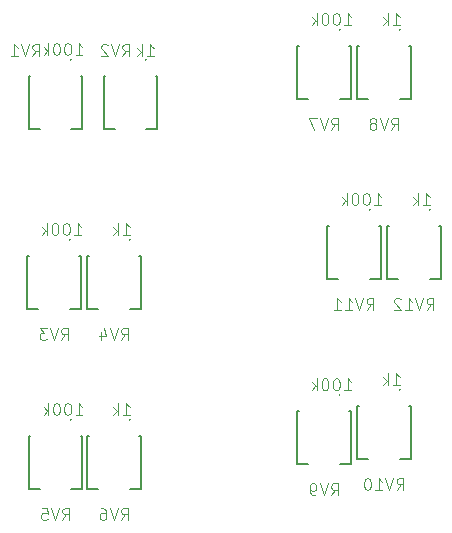
<source format=gbo>
%TF.GenerationSoftware,KiCad,Pcbnew,5.1.10-88a1d61d58~90~ubuntu20.10.1*%
%TF.CreationDate,2021-11-01T20:20:40-04:00*%
%TF.ProjectId,vco,76636f2e-6b69-4636-9164-5f7063625858,rev?*%
%TF.SameCoordinates,Original*%
%TF.FileFunction,Legend,Bot*%
%TF.FilePolarity,Positive*%
%FSLAX46Y46*%
G04 Gerber Fmt 4.6, Leading zero omitted, Abs format (unit mm)*
G04 Created by KiCad (PCBNEW 5.1.10-88a1d61d58~90~ubuntu20.10.1) date 2021-11-01 20:20:40*
%MOMM*%
%LPD*%
G01*
G04 APERTURE LIST*
%ADD10C,0.200000*%
%ADD11C,0.127000*%
%ADD12C,0.050000*%
G04 APERTURE END LIST*
D10*
%TO.C,RV7*%
X161230000Y-93015000D02*
G75*
G03*
X161230000Y-93015000I-50000J0D01*
G01*
D11*
X158585000Y-98865000D02*
X157650000Y-98865000D01*
X157650000Y-98865000D02*
X157650000Y-94365000D01*
X157650000Y-94365000D02*
X157750000Y-94365000D01*
X162050000Y-94365000D02*
X162150000Y-94365000D01*
X162150000Y-94365000D02*
X162150000Y-98865000D01*
X162150000Y-98865000D02*
X161215000Y-98865000D01*
D10*
%TO.C,RV11*%
X163770000Y-108255000D02*
G75*
G03*
X163770000Y-108255000I-50000J0D01*
G01*
D11*
X161125000Y-114105000D02*
X160190000Y-114105000D01*
X160190000Y-114105000D02*
X160190000Y-109605000D01*
X160190000Y-109605000D02*
X160290000Y-109605000D01*
X164590000Y-109605000D02*
X164690000Y-109605000D01*
X164690000Y-109605000D02*
X164690000Y-114105000D01*
X164690000Y-114105000D02*
X163755000Y-114105000D01*
D10*
%TO.C,RV1*%
X138490000Y-95555000D02*
G75*
G03*
X138490000Y-95555000I-50000J0D01*
G01*
D11*
X135845000Y-101405000D02*
X134910000Y-101405000D01*
X134910000Y-101405000D02*
X134910000Y-96905000D01*
X134910000Y-96905000D02*
X135010000Y-96905000D01*
X139310000Y-96905000D02*
X139410000Y-96905000D01*
X139410000Y-96905000D02*
X139410000Y-101405000D01*
X139410000Y-101405000D02*
X138475000Y-101405000D01*
D10*
%TO.C,RV12*%
X168850000Y-108255000D02*
G75*
G03*
X168850000Y-108255000I-50000J0D01*
G01*
D11*
X166205000Y-114105000D02*
X165270000Y-114105000D01*
X165270000Y-114105000D02*
X165270000Y-109605000D01*
X165270000Y-109605000D02*
X165370000Y-109605000D01*
X169670000Y-109605000D02*
X169770000Y-109605000D01*
X169770000Y-109605000D02*
X169770000Y-114105000D01*
X169770000Y-114105000D02*
X168835000Y-114105000D01*
D10*
%TO.C,RV10*%
X166310000Y-123495000D02*
G75*
G03*
X166310000Y-123495000I-50000J0D01*
G01*
D11*
X163665000Y-129345000D02*
X162730000Y-129345000D01*
X162730000Y-129345000D02*
X162730000Y-124845000D01*
X162730000Y-124845000D02*
X162830000Y-124845000D01*
X167130000Y-124845000D02*
X167230000Y-124845000D01*
X167230000Y-124845000D02*
X167230000Y-129345000D01*
X167230000Y-129345000D02*
X166295000Y-129345000D01*
D10*
%TO.C,RV9*%
X161230000Y-123940000D02*
G75*
G03*
X161230000Y-123940000I-50000J0D01*
G01*
D11*
X158585000Y-129790000D02*
X157650000Y-129790000D01*
X157650000Y-129790000D02*
X157650000Y-125290000D01*
X157650000Y-125290000D02*
X157750000Y-125290000D01*
X162050000Y-125290000D02*
X162150000Y-125290000D01*
X162150000Y-125290000D02*
X162150000Y-129790000D01*
X162150000Y-129790000D02*
X161215000Y-129790000D01*
D10*
%TO.C,RV8*%
X166310000Y-93015000D02*
G75*
G03*
X166310000Y-93015000I-50000J0D01*
G01*
D11*
X163665000Y-98865000D02*
X162730000Y-98865000D01*
X162730000Y-98865000D02*
X162730000Y-94365000D01*
X162730000Y-94365000D02*
X162830000Y-94365000D01*
X167130000Y-94365000D02*
X167230000Y-94365000D01*
X167230000Y-94365000D02*
X167230000Y-98865000D01*
X167230000Y-98865000D02*
X166295000Y-98865000D01*
D10*
%TO.C,RV6*%
X143450000Y-126035000D02*
G75*
G03*
X143450000Y-126035000I-50000J0D01*
G01*
D11*
X140805000Y-131885000D02*
X139870000Y-131885000D01*
X139870000Y-131885000D02*
X139870000Y-127385000D01*
X139870000Y-127385000D02*
X139970000Y-127385000D01*
X144270000Y-127385000D02*
X144370000Y-127385000D01*
X144370000Y-127385000D02*
X144370000Y-131885000D01*
X144370000Y-131885000D02*
X143435000Y-131885000D01*
D10*
%TO.C,RV5*%
X138490000Y-126035000D02*
G75*
G03*
X138490000Y-126035000I-50000J0D01*
G01*
D11*
X135845000Y-131885000D02*
X134910000Y-131885000D01*
X134910000Y-131885000D02*
X134910000Y-127385000D01*
X134910000Y-127385000D02*
X135010000Y-127385000D01*
X139310000Y-127385000D02*
X139410000Y-127385000D01*
X139410000Y-127385000D02*
X139410000Y-131885000D01*
X139410000Y-131885000D02*
X138475000Y-131885000D01*
D10*
%TO.C,RV4*%
X143450000Y-110795000D02*
G75*
G03*
X143450000Y-110795000I-50000J0D01*
G01*
D11*
X140805000Y-116645000D02*
X139870000Y-116645000D01*
X139870000Y-116645000D02*
X139870000Y-112145000D01*
X139870000Y-112145000D02*
X139970000Y-112145000D01*
X144270000Y-112145000D02*
X144370000Y-112145000D01*
X144370000Y-112145000D02*
X144370000Y-116645000D01*
X144370000Y-116645000D02*
X143435000Y-116645000D01*
D10*
%TO.C,RV3*%
X138370000Y-110795000D02*
G75*
G03*
X138370000Y-110795000I-50000J0D01*
G01*
D11*
X135725000Y-116645000D02*
X134790000Y-116645000D01*
X134790000Y-116645000D02*
X134790000Y-112145000D01*
X134790000Y-112145000D02*
X134890000Y-112145000D01*
X139190000Y-112145000D02*
X139290000Y-112145000D01*
X139290000Y-112145000D02*
X139290000Y-116645000D01*
X139290000Y-116645000D02*
X138355000Y-116645000D01*
D10*
%TO.C,RV2*%
X144840000Y-95555000D02*
G75*
G03*
X144840000Y-95555000I-50000J0D01*
G01*
D11*
X142195000Y-101405000D02*
X141260000Y-101405000D01*
X141260000Y-101405000D02*
X141260000Y-96905000D01*
X141260000Y-96905000D02*
X141360000Y-96905000D01*
X145660000Y-96905000D02*
X145760000Y-96905000D01*
X145760000Y-96905000D02*
X145760000Y-101405000D01*
X145760000Y-101405000D02*
X144825000Y-101405000D01*
%TO.C,RV7*%
D12*
X160495238Y-101512380D02*
X160828571Y-101036190D01*
X161066666Y-101512380D02*
X161066666Y-100512380D01*
X160685714Y-100512380D01*
X160590476Y-100560000D01*
X160542857Y-100607619D01*
X160495238Y-100702857D01*
X160495238Y-100845714D01*
X160542857Y-100940952D01*
X160590476Y-100988571D01*
X160685714Y-101036190D01*
X161066666Y-101036190D01*
X160209523Y-100512380D02*
X159876190Y-101512380D01*
X159542857Y-100512380D01*
X159304761Y-100512380D02*
X158638095Y-100512380D01*
X159066666Y-101512380D01*
X161606428Y-92622380D02*
X162177857Y-92622380D01*
X161892142Y-92622380D02*
X161892142Y-91622380D01*
X161987380Y-91765238D01*
X162082619Y-91860476D01*
X162177857Y-91908095D01*
X160987380Y-91622380D02*
X160892142Y-91622380D01*
X160796904Y-91670000D01*
X160749285Y-91717619D01*
X160701666Y-91812857D01*
X160654047Y-92003333D01*
X160654047Y-92241428D01*
X160701666Y-92431904D01*
X160749285Y-92527142D01*
X160796904Y-92574761D01*
X160892142Y-92622380D01*
X160987380Y-92622380D01*
X161082619Y-92574761D01*
X161130238Y-92527142D01*
X161177857Y-92431904D01*
X161225476Y-92241428D01*
X161225476Y-92003333D01*
X161177857Y-91812857D01*
X161130238Y-91717619D01*
X161082619Y-91670000D01*
X160987380Y-91622380D01*
X160035000Y-91622380D02*
X159939761Y-91622380D01*
X159844523Y-91670000D01*
X159796904Y-91717619D01*
X159749285Y-91812857D01*
X159701666Y-92003333D01*
X159701666Y-92241428D01*
X159749285Y-92431904D01*
X159796904Y-92527142D01*
X159844523Y-92574761D01*
X159939761Y-92622380D01*
X160035000Y-92622380D01*
X160130238Y-92574761D01*
X160177857Y-92527142D01*
X160225476Y-92431904D01*
X160273095Y-92241428D01*
X160273095Y-92003333D01*
X160225476Y-91812857D01*
X160177857Y-91717619D01*
X160130238Y-91670000D01*
X160035000Y-91622380D01*
X159273095Y-92622380D02*
X159273095Y-91622380D01*
X159177857Y-92241428D02*
X158892142Y-92622380D01*
X158892142Y-91955714D02*
X159273095Y-92336666D01*
%TO.C,RV11*%
X163511428Y-116752380D02*
X163844761Y-116276190D01*
X164082857Y-116752380D02*
X164082857Y-115752380D01*
X163701904Y-115752380D01*
X163606666Y-115800000D01*
X163559047Y-115847619D01*
X163511428Y-115942857D01*
X163511428Y-116085714D01*
X163559047Y-116180952D01*
X163606666Y-116228571D01*
X163701904Y-116276190D01*
X164082857Y-116276190D01*
X163225714Y-115752380D02*
X162892380Y-116752380D01*
X162559047Y-115752380D01*
X161701904Y-116752380D02*
X162273333Y-116752380D01*
X161987619Y-116752380D02*
X161987619Y-115752380D01*
X162082857Y-115895238D01*
X162178095Y-115990476D01*
X162273333Y-116038095D01*
X160749523Y-116752380D02*
X161320952Y-116752380D01*
X161035238Y-116752380D02*
X161035238Y-115752380D01*
X161130476Y-115895238D01*
X161225714Y-115990476D01*
X161320952Y-116038095D01*
X164146428Y-107862380D02*
X164717857Y-107862380D01*
X164432142Y-107862380D02*
X164432142Y-106862380D01*
X164527380Y-107005238D01*
X164622619Y-107100476D01*
X164717857Y-107148095D01*
X163527380Y-106862380D02*
X163432142Y-106862380D01*
X163336904Y-106910000D01*
X163289285Y-106957619D01*
X163241666Y-107052857D01*
X163194047Y-107243333D01*
X163194047Y-107481428D01*
X163241666Y-107671904D01*
X163289285Y-107767142D01*
X163336904Y-107814761D01*
X163432142Y-107862380D01*
X163527380Y-107862380D01*
X163622619Y-107814761D01*
X163670238Y-107767142D01*
X163717857Y-107671904D01*
X163765476Y-107481428D01*
X163765476Y-107243333D01*
X163717857Y-107052857D01*
X163670238Y-106957619D01*
X163622619Y-106910000D01*
X163527380Y-106862380D01*
X162575000Y-106862380D02*
X162479761Y-106862380D01*
X162384523Y-106910000D01*
X162336904Y-106957619D01*
X162289285Y-107052857D01*
X162241666Y-107243333D01*
X162241666Y-107481428D01*
X162289285Y-107671904D01*
X162336904Y-107767142D01*
X162384523Y-107814761D01*
X162479761Y-107862380D01*
X162575000Y-107862380D01*
X162670238Y-107814761D01*
X162717857Y-107767142D01*
X162765476Y-107671904D01*
X162813095Y-107481428D01*
X162813095Y-107243333D01*
X162765476Y-107052857D01*
X162717857Y-106957619D01*
X162670238Y-106910000D01*
X162575000Y-106862380D01*
X161813095Y-107862380D02*
X161813095Y-106862380D01*
X161717857Y-107481428D02*
X161432142Y-107862380D01*
X161432142Y-107195714D02*
X161813095Y-107576666D01*
%TO.C,RV1*%
X135215238Y-95257380D02*
X135548571Y-94781190D01*
X135786666Y-95257380D02*
X135786666Y-94257380D01*
X135405714Y-94257380D01*
X135310476Y-94305000D01*
X135262857Y-94352619D01*
X135215238Y-94447857D01*
X135215238Y-94590714D01*
X135262857Y-94685952D01*
X135310476Y-94733571D01*
X135405714Y-94781190D01*
X135786666Y-94781190D01*
X134929523Y-94257380D02*
X134596190Y-95257380D01*
X134262857Y-94257380D01*
X133405714Y-95257380D02*
X133977142Y-95257380D01*
X133691428Y-95257380D02*
X133691428Y-94257380D01*
X133786666Y-94400238D01*
X133881904Y-94495476D01*
X133977142Y-94543095D01*
X138866428Y-95162380D02*
X139437857Y-95162380D01*
X139152142Y-95162380D02*
X139152142Y-94162380D01*
X139247380Y-94305238D01*
X139342619Y-94400476D01*
X139437857Y-94448095D01*
X138247380Y-94162380D02*
X138152142Y-94162380D01*
X138056904Y-94210000D01*
X138009285Y-94257619D01*
X137961666Y-94352857D01*
X137914047Y-94543333D01*
X137914047Y-94781428D01*
X137961666Y-94971904D01*
X138009285Y-95067142D01*
X138056904Y-95114761D01*
X138152142Y-95162380D01*
X138247380Y-95162380D01*
X138342619Y-95114761D01*
X138390238Y-95067142D01*
X138437857Y-94971904D01*
X138485476Y-94781428D01*
X138485476Y-94543333D01*
X138437857Y-94352857D01*
X138390238Y-94257619D01*
X138342619Y-94210000D01*
X138247380Y-94162380D01*
X137295000Y-94162380D02*
X137199761Y-94162380D01*
X137104523Y-94210000D01*
X137056904Y-94257619D01*
X137009285Y-94352857D01*
X136961666Y-94543333D01*
X136961666Y-94781428D01*
X137009285Y-94971904D01*
X137056904Y-95067142D01*
X137104523Y-95114761D01*
X137199761Y-95162380D01*
X137295000Y-95162380D01*
X137390238Y-95114761D01*
X137437857Y-95067142D01*
X137485476Y-94971904D01*
X137533095Y-94781428D01*
X137533095Y-94543333D01*
X137485476Y-94352857D01*
X137437857Y-94257619D01*
X137390238Y-94210000D01*
X137295000Y-94162380D01*
X136533095Y-95162380D02*
X136533095Y-94162380D01*
X136437857Y-94781428D02*
X136152142Y-95162380D01*
X136152142Y-94495714D02*
X136533095Y-94876666D01*
%TO.C,RV12*%
X168591428Y-116752380D02*
X168924761Y-116276190D01*
X169162857Y-116752380D02*
X169162857Y-115752380D01*
X168781904Y-115752380D01*
X168686666Y-115800000D01*
X168639047Y-115847619D01*
X168591428Y-115942857D01*
X168591428Y-116085714D01*
X168639047Y-116180952D01*
X168686666Y-116228571D01*
X168781904Y-116276190D01*
X169162857Y-116276190D01*
X168305714Y-115752380D02*
X167972380Y-116752380D01*
X167639047Y-115752380D01*
X166781904Y-116752380D02*
X167353333Y-116752380D01*
X167067619Y-116752380D02*
X167067619Y-115752380D01*
X167162857Y-115895238D01*
X167258095Y-115990476D01*
X167353333Y-116038095D01*
X166400952Y-115847619D02*
X166353333Y-115800000D01*
X166258095Y-115752380D01*
X166020000Y-115752380D01*
X165924761Y-115800000D01*
X165877142Y-115847619D01*
X165829523Y-115942857D01*
X165829523Y-116038095D01*
X165877142Y-116180952D01*
X166448571Y-116752380D01*
X165829523Y-116752380D01*
X168274047Y-107862380D02*
X168845476Y-107862380D01*
X168559761Y-107862380D02*
X168559761Y-106862380D01*
X168655000Y-107005238D01*
X168750238Y-107100476D01*
X168845476Y-107148095D01*
X167845476Y-107862380D02*
X167845476Y-106862380D01*
X167750238Y-107481428D02*
X167464523Y-107862380D01*
X167464523Y-107195714D02*
X167845476Y-107576666D01*
%TO.C,RV10*%
X166051428Y-131992380D02*
X166384761Y-131516190D01*
X166622857Y-131992380D02*
X166622857Y-130992380D01*
X166241904Y-130992380D01*
X166146666Y-131040000D01*
X166099047Y-131087619D01*
X166051428Y-131182857D01*
X166051428Y-131325714D01*
X166099047Y-131420952D01*
X166146666Y-131468571D01*
X166241904Y-131516190D01*
X166622857Y-131516190D01*
X165765714Y-130992380D02*
X165432380Y-131992380D01*
X165099047Y-130992380D01*
X164241904Y-131992380D02*
X164813333Y-131992380D01*
X164527619Y-131992380D02*
X164527619Y-130992380D01*
X164622857Y-131135238D01*
X164718095Y-131230476D01*
X164813333Y-131278095D01*
X163622857Y-130992380D02*
X163527619Y-130992380D01*
X163432380Y-131040000D01*
X163384761Y-131087619D01*
X163337142Y-131182857D01*
X163289523Y-131373333D01*
X163289523Y-131611428D01*
X163337142Y-131801904D01*
X163384761Y-131897142D01*
X163432380Y-131944761D01*
X163527619Y-131992380D01*
X163622857Y-131992380D01*
X163718095Y-131944761D01*
X163765714Y-131897142D01*
X163813333Y-131801904D01*
X163860952Y-131611428D01*
X163860952Y-131373333D01*
X163813333Y-131182857D01*
X163765714Y-131087619D01*
X163718095Y-131040000D01*
X163622857Y-130992380D01*
X165734047Y-123102380D02*
X166305476Y-123102380D01*
X166019761Y-123102380D02*
X166019761Y-122102380D01*
X166115000Y-122245238D01*
X166210238Y-122340476D01*
X166305476Y-122388095D01*
X165305476Y-123102380D02*
X165305476Y-122102380D01*
X165210238Y-122721428D02*
X164924523Y-123102380D01*
X164924523Y-122435714D02*
X165305476Y-122816666D01*
%TO.C,RV9*%
X160495238Y-132437380D02*
X160828571Y-131961190D01*
X161066666Y-132437380D02*
X161066666Y-131437380D01*
X160685714Y-131437380D01*
X160590476Y-131485000D01*
X160542857Y-131532619D01*
X160495238Y-131627857D01*
X160495238Y-131770714D01*
X160542857Y-131865952D01*
X160590476Y-131913571D01*
X160685714Y-131961190D01*
X161066666Y-131961190D01*
X160209523Y-131437380D02*
X159876190Y-132437380D01*
X159542857Y-131437380D01*
X159161904Y-132437380D02*
X158971428Y-132437380D01*
X158876190Y-132389761D01*
X158828571Y-132342142D01*
X158733333Y-132199285D01*
X158685714Y-132008809D01*
X158685714Y-131627857D01*
X158733333Y-131532619D01*
X158780952Y-131485000D01*
X158876190Y-131437380D01*
X159066666Y-131437380D01*
X159161904Y-131485000D01*
X159209523Y-131532619D01*
X159257142Y-131627857D01*
X159257142Y-131865952D01*
X159209523Y-131961190D01*
X159161904Y-132008809D01*
X159066666Y-132056428D01*
X158876190Y-132056428D01*
X158780952Y-132008809D01*
X158733333Y-131961190D01*
X158685714Y-131865952D01*
X161606428Y-123547380D02*
X162177857Y-123547380D01*
X161892142Y-123547380D02*
X161892142Y-122547380D01*
X161987380Y-122690238D01*
X162082619Y-122785476D01*
X162177857Y-122833095D01*
X160987380Y-122547380D02*
X160892142Y-122547380D01*
X160796904Y-122595000D01*
X160749285Y-122642619D01*
X160701666Y-122737857D01*
X160654047Y-122928333D01*
X160654047Y-123166428D01*
X160701666Y-123356904D01*
X160749285Y-123452142D01*
X160796904Y-123499761D01*
X160892142Y-123547380D01*
X160987380Y-123547380D01*
X161082619Y-123499761D01*
X161130238Y-123452142D01*
X161177857Y-123356904D01*
X161225476Y-123166428D01*
X161225476Y-122928333D01*
X161177857Y-122737857D01*
X161130238Y-122642619D01*
X161082619Y-122595000D01*
X160987380Y-122547380D01*
X160035000Y-122547380D02*
X159939761Y-122547380D01*
X159844523Y-122595000D01*
X159796904Y-122642619D01*
X159749285Y-122737857D01*
X159701666Y-122928333D01*
X159701666Y-123166428D01*
X159749285Y-123356904D01*
X159796904Y-123452142D01*
X159844523Y-123499761D01*
X159939761Y-123547380D01*
X160035000Y-123547380D01*
X160130238Y-123499761D01*
X160177857Y-123452142D01*
X160225476Y-123356904D01*
X160273095Y-123166428D01*
X160273095Y-122928333D01*
X160225476Y-122737857D01*
X160177857Y-122642619D01*
X160130238Y-122595000D01*
X160035000Y-122547380D01*
X159273095Y-123547380D02*
X159273095Y-122547380D01*
X159177857Y-123166428D02*
X158892142Y-123547380D01*
X158892142Y-122880714D02*
X159273095Y-123261666D01*
%TO.C,RV8*%
X165575238Y-101512380D02*
X165908571Y-101036190D01*
X166146666Y-101512380D02*
X166146666Y-100512380D01*
X165765714Y-100512380D01*
X165670476Y-100560000D01*
X165622857Y-100607619D01*
X165575238Y-100702857D01*
X165575238Y-100845714D01*
X165622857Y-100940952D01*
X165670476Y-100988571D01*
X165765714Y-101036190D01*
X166146666Y-101036190D01*
X165289523Y-100512380D02*
X164956190Y-101512380D01*
X164622857Y-100512380D01*
X164146666Y-100940952D02*
X164241904Y-100893333D01*
X164289523Y-100845714D01*
X164337142Y-100750476D01*
X164337142Y-100702857D01*
X164289523Y-100607619D01*
X164241904Y-100560000D01*
X164146666Y-100512380D01*
X163956190Y-100512380D01*
X163860952Y-100560000D01*
X163813333Y-100607619D01*
X163765714Y-100702857D01*
X163765714Y-100750476D01*
X163813333Y-100845714D01*
X163860952Y-100893333D01*
X163956190Y-100940952D01*
X164146666Y-100940952D01*
X164241904Y-100988571D01*
X164289523Y-101036190D01*
X164337142Y-101131428D01*
X164337142Y-101321904D01*
X164289523Y-101417142D01*
X164241904Y-101464761D01*
X164146666Y-101512380D01*
X163956190Y-101512380D01*
X163860952Y-101464761D01*
X163813333Y-101417142D01*
X163765714Y-101321904D01*
X163765714Y-101131428D01*
X163813333Y-101036190D01*
X163860952Y-100988571D01*
X163956190Y-100940952D01*
X165734047Y-92622380D02*
X166305476Y-92622380D01*
X166019761Y-92622380D02*
X166019761Y-91622380D01*
X166115000Y-91765238D01*
X166210238Y-91860476D01*
X166305476Y-91908095D01*
X165305476Y-92622380D02*
X165305476Y-91622380D01*
X165210238Y-92241428D02*
X164924523Y-92622380D01*
X164924523Y-91955714D02*
X165305476Y-92336666D01*
%TO.C,RV6*%
X142715238Y-134532380D02*
X143048571Y-134056190D01*
X143286666Y-134532380D02*
X143286666Y-133532380D01*
X142905714Y-133532380D01*
X142810476Y-133580000D01*
X142762857Y-133627619D01*
X142715238Y-133722857D01*
X142715238Y-133865714D01*
X142762857Y-133960952D01*
X142810476Y-134008571D01*
X142905714Y-134056190D01*
X143286666Y-134056190D01*
X142429523Y-133532380D02*
X142096190Y-134532380D01*
X141762857Y-133532380D01*
X141000952Y-133532380D02*
X141191428Y-133532380D01*
X141286666Y-133580000D01*
X141334285Y-133627619D01*
X141429523Y-133770476D01*
X141477142Y-133960952D01*
X141477142Y-134341904D01*
X141429523Y-134437142D01*
X141381904Y-134484761D01*
X141286666Y-134532380D01*
X141096190Y-134532380D01*
X141000952Y-134484761D01*
X140953333Y-134437142D01*
X140905714Y-134341904D01*
X140905714Y-134103809D01*
X140953333Y-134008571D01*
X141000952Y-133960952D01*
X141096190Y-133913333D01*
X141286666Y-133913333D01*
X141381904Y-133960952D01*
X141429523Y-134008571D01*
X141477142Y-134103809D01*
X142874047Y-125642380D02*
X143445476Y-125642380D01*
X143159761Y-125642380D02*
X143159761Y-124642380D01*
X143255000Y-124785238D01*
X143350238Y-124880476D01*
X143445476Y-124928095D01*
X142445476Y-125642380D02*
X142445476Y-124642380D01*
X142350238Y-125261428D02*
X142064523Y-125642380D01*
X142064523Y-124975714D02*
X142445476Y-125356666D01*
%TO.C,RV5*%
X137755238Y-134532380D02*
X138088571Y-134056190D01*
X138326666Y-134532380D02*
X138326666Y-133532380D01*
X137945714Y-133532380D01*
X137850476Y-133580000D01*
X137802857Y-133627619D01*
X137755238Y-133722857D01*
X137755238Y-133865714D01*
X137802857Y-133960952D01*
X137850476Y-134008571D01*
X137945714Y-134056190D01*
X138326666Y-134056190D01*
X137469523Y-133532380D02*
X137136190Y-134532380D01*
X136802857Y-133532380D01*
X135993333Y-133532380D02*
X136469523Y-133532380D01*
X136517142Y-134008571D01*
X136469523Y-133960952D01*
X136374285Y-133913333D01*
X136136190Y-133913333D01*
X136040952Y-133960952D01*
X135993333Y-134008571D01*
X135945714Y-134103809D01*
X135945714Y-134341904D01*
X135993333Y-134437142D01*
X136040952Y-134484761D01*
X136136190Y-134532380D01*
X136374285Y-134532380D01*
X136469523Y-134484761D01*
X136517142Y-134437142D01*
X138866428Y-125642380D02*
X139437857Y-125642380D01*
X139152142Y-125642380D02*
X139152142Y-124642380D01*
X139247380Y-124785238D01*
X139342619Y-124880476D01*
X139437857Y-124928095D01*
X138247380Y-124642380D02*
X138152142Y-124642380D01*
X138056904Y-124690000D01*
X138009285Y-124737619D01*
X137961666Y-124832857D01*
X137914047Y-125023333D01*
X137914047Y-125261428D01*
X137961666Y-125451904D01*
X138009285Y-125547142D01*
X138056904Y-125594761D01*
X138152142Y-125642380D01*
X138247380Y-125642380D01*
X138342619Y-125594761D01*
X138390238Y-125547142D01*
X138437857Y-125451904D01*
X138485476Y-125261428D01*
X138485476Y-125023333D01*
X138437857Y-124832857D01*
X138390238Y-124737619D01*
X138342619Y-124690000D01*
X138247380Y-124642380D01*
X137295000Y-124642380D02*
X137199761Y-124642380D01*
X137104523Y-124690000D01*
X137056904Y-124737619D01*
X137009285Y-124832857D01*
X136961666Y-125023333D01*
X136961666Y-125261428D01*
X137009285Y-125451904D01*
X137056904Y-125547142D01*
X137104523Y-125594761D01*
X137199761Y-125642380D01*
X137295000Y-125642380D01*
X137390238Y-125594761D01*
X137437857Y-125547142D01*
X137485476Y-125451904D01*
X137533095Y-125261428D01*
X137533095Y-125023333D01*
X137485476Y-124832857D01*
X137437857Y-124737619D01*
X137390238Y-124690000D01*
X137295000Y-124642380D01*
X136533095Y-125642380D02*
X136533095Y-124642380D01*
X136437857Y-125261428D02*
X136152142Y-125642380D01*
X136152142Y-124975714D02*
X136533095Y-125356666D01*
%TO.C,RV4*%
X142715238Y-119292380D02*
X143048571Y-118816190D01*
X143286666Y-119292380D02*
X143286666Y-118292380D01*
X142905714Y-118292380D01*
X142810476Y-118340000D01*
X142762857Y-118387619D01*
X142715238Y-118482857D01*
X142715238Y-118625714D01*
X142762857Y-118720952D01*
X142810476Y-118768571D01*
X142905714Y-118816190D01*
X143286666Y-118816190D01*
X142429523Y-118292380D02*
X142096190Y-119292380D01*
X141762857Y-118292380D01*
X141000952Y-118625714D02*
X141000952Y-119292380D01*
X141239047Y-118244761D02*
X141477142Y-118959047D01*
X140858095Y-118959047D01*
X142874047Y-110402380D02*
X143445476Y-110402380D01*
X143159761Y-110402380D02*
X143159761Y-109402380D01*
X143255000Y-109545238D01*
X143350238Y-109640476D01*
X143445476Y-109688095D01*
X142445476Y-110402380D02*
X142445476Y-109402380D01*
X142350238Y-110021428D02*
X142064523Y-110402380D01*
X142064523Y-109735714D02*
X142445476Y-110116666D01*
%TO.C,RV3*%
X137635238Y-119292380D02*
X137968571Y-118816190D01*
X138206666Y-119292380D02*
X138206666Y-118292380D01*
X137825714Y-118292380D01*
X137730476Y-118340000D01*
X137682857Y-118387619D01*
X137635238Y-118482857D01*
X137635238Y-118625714D01*
X137682857Y-118720952D01*
X137730476Y-118768571D01*
X137825714Y-118816190D01*
X138206666Y-118816190D01*
X137349523Y-118292380D02*
X137016190Y-119292380D01*
X136682857Y-118292380D01*
X136444761Y-118292380D02*
X135825714Y-118292380D01*
X136159047Y-118673333D01*
X136016190Y-118673333D01*
X135920952Y-118720952D01*
X135873333Y-118768571D01*
X135825714Y-118863809D01*
X135825714Y-119101904D01*
X135873333Y-119197142D01*
X135920952Y-119244761D01*
X136016190Y-119292380D01*
X136301904Y-119292380D01*
X136397142Y-119244761D01*
X136444761Y-119197142D01*
X138746428Y-110402380D02*
X139317857Y-110402380D01*
X139032142Y-110402380D02*
X139032142Y-109402380D01*
X139127380Y-109545238D01*
X139222619Y-109640476D01*
X139317857Y-109688095D01*
X138127380Y-109402380D02*
X138032142Y-109402380D01*
X137936904Y-109450000D01*
X137889285Y-109497619D01*
X137841666Y-109592857D01*
X137794047Y-109783333D01*
X137794047Y-110021428D01*
X137841666Y-110211904D01*
X137889285Y-110307142D01*
X137936904Y-110354761D01*
X138032142Y-110402380D01*
X138127380Y-110402380D01*
X138222619Y-110354761D01*
X138270238Y-110307142D01*
X138317857Y-110211904D01*
X138365476Y-110021428D01*
X138365476Y-109783333D01*
X138317857Y-109592857D01*
X138270238Y-109497619D01*
X138222619Y-109450000D01*
X138127380Y-109402380D01*
X137175000Y-109402380D02*
X137079761Y-109402380D01*
X136984523Y-109450000D01*
X136936904Y-109497619D01*
X136889285Y-109592857D01*
X136841666Y-109783333D01*
X136841666Y-110021428D01*
X136889285Y-110211904D01*
X136936904Y-110307142D01*
X136984523Y-110354761D01*
X137079761Y-110402380D01*
X137175000Y-110402380D01*
X137270238Y-110354761D01*
X137317857Y-110307142D01*
X137365476Y-110211904D01*
X137413095Y-110021428D01*
X137413095Y-109783333D01*
X137365476Y-109592857D01*
X137317857Y-109497619D01*
X137270238Y-109450000D01*
X137175000Y-109402380D01*
X136413095Y-110402380D02*
X136413095Y-109402380D01*
X136317857Y-110021428D02*
X136032142Y-110402380D01*
X136032142Y-109735714D02*
X136413095Y-110116666D01*
%TO.C,RV2*%
X142835238Y-95257380D02*
X143168571Y-94781190D01*
X143406666Y-95257380D02*
X143406666Y-94257380D01*
X143025714Y-94257380D01*
X142930476Y-94305000D01*
X142882857Y-94352619D01*
X142835238Y-94447857D01*
X142835238Y-94590714D01*
X142882857Y-94685952D01*
X142930476Y-94733571D01*
X143025714Y-94781190D01*
X143406666Y-94781190D01*
X142549523Y-94257380D02*
X142216190Y-95257380D01*
X141882857Y-94257380D01*
X141597142Y-94352619D02*
X141549523Y-94305000D01*
X141454285Y-94257380D01*
X141216190Y-94257380D01*
X141120952Y-94305000D01*
X141073333Y-94352619D01*
X141025714Y-94447857D01*
X141025714Y-94543095D01*
X141073333Y-94685952D01*
X141644761Y-95257380D01*
X141025714Y-95257380D01*
X144899047Y-95257380D02*
X145470476Y-95257380D01*
X145184761Y-95257380D02*
X145184761Y-94257380D01*
X145280000Y-94400238D01*
X145375238Y-94495476D01*
X145470476Y-94543095D01*
X144470476Y-95257380D02*
X144470476Y-94257380D01*
X144375238Y-94876428D02*
X144089523Y-95257380D01*
X144089523Y-94590714D02*
X144470476Y-94971666D01*
%TD*%
M02*

</source>
